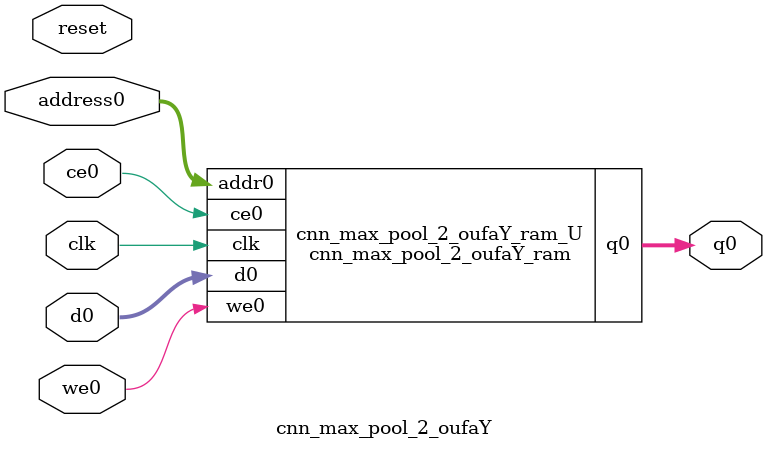
<source format=v>
`timescale 1 ns / 1 ps
module cnn_max_pool_2_oufaY_ram (addr0, ce0, d0, we0, q0,  clk);

parameter DWIDTH = 14;
parameter AWIDTH = 9;
parameter MEM_SIZE = 400;

input[AWIDTH-1:0] addr0;
input ce0;
input[DWIDTH-1:0] d0;
input we0;
output reg[DWIDTH-1:0] q0;
input clk;

(* ram_style = "block" *)reg [DWIDTH-1:0] ram[0:MEM_SIZE-1];




always @(posedge clk)  
begin 
    if (ce0) 
    begin
        if (we0) 
        begin 
            ram[addr0] <= d0; 
        end 
        q0 <= ram[addr0];
    end
end


endmodule

`timescale 1 ns / 1 ps
module cnn_max_pool_2_oufaY(
    reset,
    clk,
    address0,
    ce0,
    we0,
    d0,
    q0);

parameter DataWidth = 32'd14;
parameter AddressRange = 32'd400;
parameter AddressWidth = 32'd9;
input reset;
input clk;
input[AddressWidth - 1:0] address0;
input ce0;
input we0;
input[DataWidth - 1:0] d0;
output[DataWidth - 1:0] q0;



cnn_max_pool_2_oufaY_ram cnn_max_pool_2_oufaY_ram_U(
    .clk( clk ),
    .addr0( address0 ),
    .ce0( ce0 ),
    .we0( we0 ),
    .d0( d0 ),
    .q0( q0 ));

endmodule


</source>
